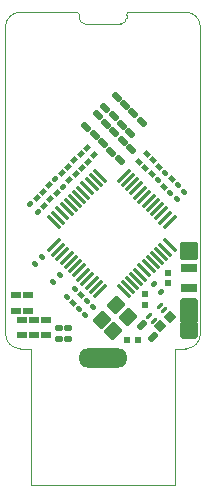
<source format=gbr>
G04 #@! TF.GenerationSoftware,KiCad,Pcbnew,(5.99.0-6415-g7c9acc605d)*
G04 #@! TF.CreationDate,2020-10-20T19:02:53+03:00*
G04 #@! TF.ProjectId,StickHub,53746963-6b48-4756-922e-6b696361645f,rev?*
G04 #@! TF.SameCoordinates,Original*
G04 #@! TF.FileFunction,Soldermask,Bot*
G04 #@! TF.FilePolarity,Negative*
%FSLAX46Y46*%
G04 Gerber Fmt 4.6, Leading zero omitted, Abs format (unit mm)*
G04 Created by KiCad (PCBNEW (5.99.0-6415-g7c9acc605d)) date 2020-10-20 19:02:53*
%MOMM*%
%LPD*%
G01*
G04 APERTURE LIST*
G04 Aperture macros list*
%AMRoundRect*
0 Rectangle with rounded corners*
0 $1 Rounding radius*
0 $2 $3 $4 $5 $6 $7 $8 $9 X,Y pos of 4 corners*
0 Add a 4 corners polygon primitive as box body*
4,1,4,$2,$3,$4,$5,$6,$7,$8,$9,$2,$3,0*
0 Add four circle primitives for the rounded corners*
1,1,$1+$1,$2,$3,0*
1,1,$1+$1,$4,$5,0*
1,1,$1+$1,$6,$7,0*
1,1,$1+$1,$8,$9,0*
0 Add four rect primitives between the rounded corners*
20,1,$1+$1,$2,$3,$4,$5,0*
20,1,$1+$1,$4,$5,$6,$7,0*
20,1,$1+$1,$6,$7,$8,$9,0*
20,1,$1+$1,$8,$9,$2,$3,0*%
G04 Aperture macros list end*
G04 #@! TA.AperFunction,Profile*
%ADD10C,0.100000*%
G04 #@! TD*
%ADD11O,4.150000X1.650000*%
%ADD12RoundRect,0.059000X0.088388X-0.422143X0.422143X-0.088388X-0.088388X0.422143X-0.422143X0.088388X0*%
%ADD13RoundRect,0.046000X-0.035355X0.295571X-0.295571X0.035355X0.035355X-0.295571X0.295571X-0.035355X0*%
%ADD14RoundRect,0.059000X0.361000X-0.236000X0.361000X0.236000X-0.361000X0.236000X-0.361000X-0.236000X0*%
%ADD15RoundRect,0.057500X-0.272500X0.172500X-0.272500X-0.172500X0.272500X-0.172500X0.272500X0.172500X0*%
%ADD16RoundRect,0.057500X0.035355X-0.279307X0.279307X-0.035355X-0.035355X0.279307X-0.279307X0.035355X0*%
%ADD17RoundRect,0.046000X-0.295571X-0.035355X-0.035355X-0.295571X0.295571X0.035355X0.035355X0.295571X0*%
%ADD18RoundRect,0.062500X0.141421X0.229810X-0.229810X-0.141421X-0.141421X-0.229810X0.229810X0.141421X0*%
%ADD19RoundRect,0.049600X0.005303X0.500844X-0.500844X-0.005303X-0.005303X-0.500844X0.500844X0.005303X0*%
%ADD20RoundRect,0.100500X-0.649500X-0.649500X0.649500X-0.649500X0.649500X0.649500X-0.649500X0.649500X0*%
%ADD21RoundRect,0.057500X-0.222500X0.172500X-0.222500X-0.172500X0.222500X-0.172500X0.222500X0.172500X0*%
%ADD22RoundRect,0.057500X-0.035355X0.279307X-0.279307X0.035355X0.035355X-0.279307X0.279307X-0.035355X0*%
%ADD23RoundRect,0.057500X0.279307X0.035355X0.035355X0.279307X-0.279307X-0.035355X-0.035355X-0.279307X0*%
%ADD24RoundRect,0.046000X0.295571X0.035355X0.035355X0.295571X-0.295571X-0.035355X-0.035355X-0.295571X0*%
%ADD25RoundRect,0.057500X0.172500X0.222500X-0.172500X0.222500X-0.172500X-0.222500X0.172500X-0.222500X0*%
%ADD26RoundRect,0.059000X0.422143X0.088388X0.088388X0.422143X-0.422143X-0.088388X-0.088388X-0.422143X0*%
%ADD27RoundRect,0.059000X-0.088388X0.422143X-0.422143X0.088388X0.088388X-0.422143X0.422143X-0.088388X0*%
%ADD28RoundRect,0.110200X0.035355X0.658741X-0.658741X-0.035355X-0.035355X-0.658741X0.658741X0.035355X0*%
%ADD29RoundRect,0.059000X-0.361000X0.236000X-0.361000X-0.236000X0.361000X-0.236000X0.361000X0.236000X0*%
%ADD30RoundRect,0.075000X0.415425X0.521491X-0.521491X-0.415425X-0.415425X-0.521491X0.521491X0.415425X0*%
%ADD31RoundRect,0.075000X-0.415425X0.521491X-0.521491X0.415425X0.415425X-0.521491X0.521491X-0.415425X0*%
%ADD32RoundRect,0.150000X-0.600000X-0.600000X0.600000X-0.600000X0.600000X0.600000X-0.600000X0.600000X0*%
%ADD33RoundRect,0.057500X-0.279307X-0.035355X-0.035355X-0.279307X0.279307X0.035355X0.035355X0.279307X0*%
%ADD34RoundRect,0.075000X0.575000X-0.300000X0.575000X0.300000X-0.575000X0.300000X-0.575000X-0.300000X0*%
G04 APERTURE END LIST*
D10*
X152250000Y-80000000D02*
X157000000Y-80000000D01*
X148500000Y-81000000D02*
X151500000Y-81000000D01*
X157000000Y-108500000D02*
X156100000Y-108500000D01*
X141750000Y-107250000D02*
X141750000Y-81250000D01*
X156100000Y-120000000D02*
X156100000Y-108500000D01*
X148000000Y-80250000D02*
X148000000Y-80500000D01*
X152000000Y-80250000D02*
G75*
G02*
X152250000Y-80000000I250000J0D01*
G01*
X143900000Y-120000000D02*
X143900000Y-108500000D01*
X141750000Y-81250000D02*
G75*
G02*
X143000000Y-80000000I1250000J0D01*
G01*
X147750000Y-80000000D02*
G75*
G02*
X148000000Y-80250000I0J-250000D01*
G01*
X143000000Y-108500000D02*
G75*
G02*
X141750000Y-107250000I0J1250000D01*
G01*
X143900000Y-120000000D02*
X156100000Y-120000000D01*
X158250000Y-81250000D02*
X158250000Y-107250000D01*
X143000000Y-80000000D02*
X147750000Y-80000000D01*
X158250000Y-107250000D02*
G75*
G02*
X157000000Y-108500000I-1250000J0D01*
G01*
X157000000Y-80000000D02*
G75*
G02*
X158250000Y-81250000I0J-1250000D01*
G01*
X148500000Y-81000000D02*
G75*
G02*
X148000000Y-80500000I0J500000D01*
G01*
X143900000Y-108500000D02*
X143000000Y-108500000D01*
X152000000Y-80500000D02*
G75*
G02*
X151500000Y-81000000I-500000J0D01*
G01*
X152000000Y-80500000D02*
X152000000Y-80250000D01*
G04 #@! TO.C,JP1*
G36*
X158050000Y-106249999D02*
G01*
X156550000Y-106250000D01*
X156550000Y-105550001D01*
X158050000Y-105550000D01*
X158050000Y-106249999D01*
G37*
G04 #@! TD*
D11*
G04 #@! TO.C,H1*
X150000000Y-109250000D03*
G04 #@! TD*
D12*
G04 #@! TO.C,C36*
X150915596Y-88820190D03*
X151870190Y-87865596D03*
G04 #@! TD*
D13*
G04 #@! TO.C,R7*
X153689518Y-92024948D03*
X153053122Y-92661344D03*
G04 #@! TD*
D14*
G04 #@! TO.C,C32*
X142650000Y-105275000D03*
X142650000Y-103925000D03*
G04 #@! TD*
D15*
G04 #@! TO.C,D23*
X146250000Y-106750000D03*
X146250000Y-107650000D03*
G04 #@! TD*
D12*
G04 #@! TO.C,C37*
X150208489Y-88113083D03*
X151163083Y-87158489D03*
G04 #@! TD*
D16*
G04 #@! TO.C,C11*
X154644112Y-94252334D03*
X155280508Y-93615938D03*
G04 #@! TD*
D17*
G04 #@! TO.C,R13*
X147573044Y-92555278D03*
X148209440Y-93191674D03*
G04 #@! TD*
D18*
G04 #@! TO.C,U2*
X154811612Y-104877728D03*
X155165165Y-105231282D03*
D19*
X155637159Y-105819948D03*
X154869948Y-106587159D03*
D18*
X154281282Y-106115165D03*
X153927728Y-105761612D03*
G04 #@! TD*
D20*
G04 #@! TO.C,J9*
X157250000Y-100250000D03*
G04 #@! TD*
D17*
G04 #@! TO.C,R4*
X147042714Y-93085608D03*
X147679110Y-93722004D03*
G04 #@! TD*
D21*
G04 #@! TO.C,C8*
X155500000Y-102050000D03*
X155500000Y-102950000D03*
G04 #@! TD*
D17*
G04 #@! TO.C,R11*
X148633704Y-91494618D03*
X149270100Y-92131014D03*
G04 #@! TD*
D22*
G04 #@! TO.C,C6*
X146368198Y-102231802D03*
X145731802Y-102868198D03*
G04 #@! TD*
D23*
G04 #@! TO.C,C2*
X144497130Y-96903985D03*
X143860734Y-96267589D03*
G04 #@! TD*
D13*
G04 #@! TO.C,R6*
X148118198Y-103981802D03*
X147481802Y-104618198D03*
G04 #@! TD*
D22*
G04 #@! TO.C,C4*
X149118198Y-104981802D03*
X148481802Y-105618198D03*
G04 #@! TD*
D13*
G04 #@! TO.C,R10*
X155810838Y-94146268D03*
X155174442Y-94782664D03*
G04 #@! TD*
D24*
G04 #@! TO.C,R2*
X145027460Y-96373654D03*
X144391064Y-95737258D03*
G04 #@! TD*
D13*
G04 #@! TO.C,R8*
X154219848Y-92555278D03*
X153583452Y-93191674D03*
G04 #@! TD*
D25*
G04 #@! TO.C,C28*
X152950000Y-107750000D03*
X152050000Y-107750000D03*
G04 #@! TD*
D16*
G04 #@! TO.C,C3*
X156235102Y-95843324D03*
X156871498Y-95206928D03*
G04 #@! TD*
D22*
G04 #@! TO.C,C5*
X148618198Y-104481802D03*
X147981802Y-105118198D03*
G04 #@! TD*
D26*
G04 #@! TO.C,C22*
X154227297Y-107477297D03*
X153272703Y-106522703D03*
G04 #@! TD*
D27*
G04 #@! TO.C,C26*
X151677297Y-90872703D03*
X150722703Y-91827297D03*
G04 #@! TD*
G04 #@! TO.C,C25*
X150970190Y-90165596D03*
X150015596Y-91120190D03*
G04 #@! TD*
D28*
G04 #@! TO.C,Y1*
X152093503Y-105821069D03*
X150891421Y-107023151D03*
X149901471Y-106033201D03*
X151103553Y-104831119D03*
G04 #@! TD*
D12*
G04 #@! TO.C,C34*
X152329810Y-90234404D03*
X153284404Y-89279810D03*
G04 #@! TD*
D29*
G04 #@! TO.C,C29*
X144150000Y-106025000D03*
X144150000Y-107375000D03*
G04 #@! TD*
D17*
G04 #@! TO.C,R12*
X148103374Y-92024948D03*
X148739770Y-92661344D03*
G04 #@! TD*
D15*
G04 #@! TO.C,D22*
X147000000Y-106750000D03*
X147000000Y-107650000D03*
G04 #@! TD*
D30*
G04 #@! TO.C,U1*
X151748788Y-93862124D03*
X152102342Y-94215678D03*
X152455895Y-94569231D03*
X152809449Y-94922785D03*
X153163002Y-95276338D03*
X153516555Y-95629891D03*
X153870109Y-95983445D03*
X154223662Y-96336998D03*
X154577215Y-96690551D03*
X154930769Y-97044105D03*
X155284322Y-97397658D03*
X155637876Y-97751212D03*
D31*
X155637876Y-99748788D03*
X155284322Y-100102342D03*
X154930769Y-100455895D03*
X154577215Y-100809449D03*
X154223662Y-101163002D03*
X153870109Y-101516555D03*
X153516555Y-101870109D03*
X153163002Y-102223662D03*
X152809449Y-102577215D03*
X152455895Y-102930769D03*
X152102342Y-103284322D03*
X151748788Y-103637876D03*
D30*
X149751212Y-103637876D03*
X149397658Y-103284322D03*
X149044105Y-102930769D03*
X148690551Y-102577215D03*
X148336998Y-102223662D03*
X147983445Y-101870109D03*
X147629891Y-101516555D03*
X147276338Y-101163002D03*
X146922785Y-100809449D03*
X146569231Y-100455895D03*
X146215678Y-100102342D03*
X145862124Y-99748788D03*
D31*
X145862124Y-97751212D03*
X146215678Y-97397658D03*
X146569231Y-97044105D03*
X146922785Y-96690551D03*
X147276338Y-96336998D03*
X147629891Y-95983445D03*
X147983445Y-95629891D03*
X148336998Y-95276338D03*
X148690551Y-94922785D03*
X149044105Y-94569231D03*
X149397658Y-94215678D03*
X149751212Y-93862124D03*
G04 #@! TD*
D32*
G04 #@! TO.C,JP1*
X157300000Y-106875000D03*
X157300000Y-104925000D03*
G04 #@! TD*
D17*
G04 #@! TO.C,R1*
X145451724Y-94676598D03*
X146088120Y-95312994D03*
G04 #@! TD*
D13*
G04 #@! TO.C,R9*
X154750178Y-93085608D03*
X154113782Y-93722004D03*
G04 #@! TD*
D27*
G04 #@! TO.C,C24*
X150263082Y-89458489D03*
X149308488Y-90413083D03*
G04 #@! TD*
D12*
G04 #@! TO.C,C35*
X151622703Y-89527297D03*
X152577297Y-88572703D03*
G04 #@! TD*
D22*
G04 #@! TO.C,C7*
X144881014Y-100729899D03*
X144244618Y-101366295D03*
G04 #@! TD*
D16*
G04 #@! TO.C,C1*
X155704772Y-95312994D03*
X156341168Y-94676598D03*
G04 #@! TD*
D23*
G04 #@! TO.C,C9*
X146618450Y-94782664D03*
X145982054Y-94146268D03*
G04 #@! TD*
D22*
G04 #@! TO.C,C13*
X147618198Y-103481802D03*
X146981802Y-104118198D03*
G04 #@! TD*
D33*
G04 #@! TO.C,C10*
X154320888Y-103027996D03*
X154957284Y-103664392D03*
G04 #@! TD*
D29*
G04 #@! TO.C,C31*
X143150000Y-106025000D03*
X143150000Y-107375000D03*
G04 #@! TD*
D21*
G04 #@! TO.C,C12*
X153550000Y-103900000D03*
X153550000Y-104800000D03*
G04 #@! TD*
D17*
G04 #@! TO.C,R5*
X146512384Y-93615938D03*
X147148780Y-94252334D03*
G04 #@! TD*
D14*
G04 #@! TO.C,C33*
X143650000Y-105275000D03*
X143650000Y-103925000D03*
G04 #@! TD*
D29*
G04 #@! TO.C,C30*
X145150000Y-106025000D03*
X145150000Y-107375000D03*
G04 #@! TD*
D17*
G04 #@! TO.C,R3*
X144921394Y-95206928D03*
X145557790Y-95843324D03*
G04 #@! TD*
D27*
G04 #@! TO.C,C27*
X152384403Y-91579810D03*
X151429809Y-92534404D03*
G04 #@! TD*
G04 #@! TO.C,C23*
X149555976Y-88751383D03*
X148601382Y-89705977D03*
G04 #@! TD*
D34*
G04 #@! TO.C,C21*
X157250000Y-103325000D03*
X157250000Y-101675000D03*
G04 #@! TD*
M02*

</source>
